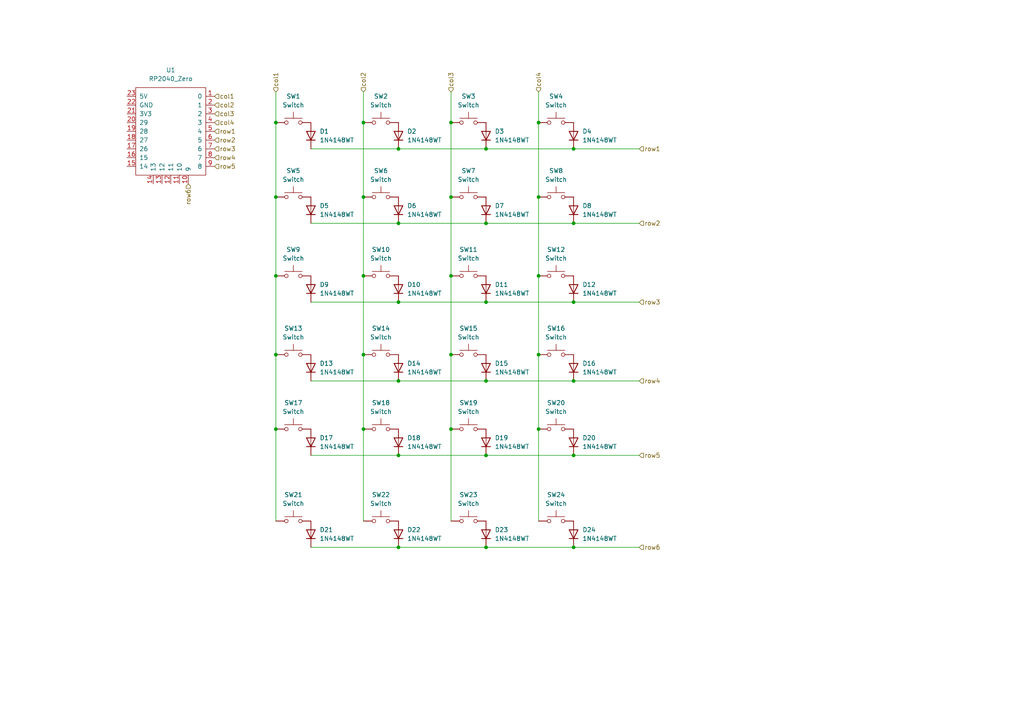
<source format=kicad_sch>
(kicad_sch (version 20250114) (generator "eeschema") (generator_version "9.0")
  (paper "A4")
  (lib_symbols
    (symbol "Diode:1N4148WT" (pin_numbers (hide yes)) (pin_names (hide yes))
      (property "Reference" "D" (at 0 2.54 0))
      (property "Value" "1N4148WT" (at 0 -2.54 0))
      (symbol "1N4148WT_0_1"
        (polyline (pts (xy -1.27 1.27) (xy -1.27 -1.27)) (stroke (width 0.254)))
        (polyline (pts (xy 1.27 1.27) (xy 1.27 -1.27) (xy -1.27 0) (xy 1.27 1.27)) (stroke (width 0.254)))
        (polyline (pts (xy 1.27 0) (xy -1.27 0)))
      )
      (symbol "1N4148WT_1_1"
        (pin passive line (at -3.81 0 0) (length 2.54) (name "K") (number "1"))
        (pin passive line (at 3.81 0 180) (length 2.54) (name "A") (number "2"))
      )
    )
    (symbol "ScottoKeebs:MCU_RP2040_Zero" (pin_names (offset 1.016))
      (property "Reference" "U" (at 0 15.24 0))
      (property "Value" "RP2040_Zero" (at 0 12.7 0))
      (symbol "MCU_RP2040_Zero_0_1"
        (rectangle (start -10.16 11.43) (end 10.16 -13.97))
      )
      (symbol "MCU_RP2040_Zero_1_1"
        (pin power_out line (at -12.7 8.89 0) (length 2.54) (name "5V") (number "23"))
        (pin power_out line (at -12.7 6.35 0) (length 2.54) (name "GND") (number "22"))
        (pin power_out line (at -12.7 3.81 0) (length 2.54) (name "3V3") (number "21"))
        (pin bidirectional line (at -12.7 1.27 0) (length 2.54) (name "29") (number "20"))
        (pin bidirectional line (at -12.7 -1.27 0) (length 2.54) (name "28") (number "19"))
        (pin bidirectional line (at -12.7 -3.81 0) (length 2.54) (name "27") (number "18"))
        (pin bidirectional line (at -12.7 -6.35 0) (length 2.54) (name "26") (number "17"))
        (pin bidirectional line (at -12.7 -8.89 0) (length 2.54) (name "15") (number "16"))
        (pin bidirectional line (at -12.7 -11.43 0) (length 2.54) (name "14") (number "15"))
        (pin bidirectional line (at -5.08 -16.51 90) (length 2.54) (name "13") (number "14"))
        (pin bidirectional line (at -2.54 -16.51 90) (length 2.54) (name "12") (number "13"))
        (pin bidirectional line (at 0 -16.51 90) (length 2.54) (name "11") (number "12"))
        (pin bidirectional line (at 2.54 -16.51 90) (length 2.54) (name "10") (number "11"))
        (pin bidirectional line (at 5.08 -16.51 90) (length 2.54) (name "9") (number "10"))
        (pin bidirectional line (at 12.7 8.89 180) (length 2.54) (name "0") (number "1"))
        (pin bidirectional line (at 12.7 6.35 180) (length 2.54) (name "1") (number "2"))
        (pin bidirectional line (at 12.7 3.81 180) (length 2.54) (name "2") (number "3"))
        (pin bidirectional line (at 12.7 1.27 180) (length 2.54) (name "3") (number "4"))
        (pin bidirectional line (at 12.7 -1.27 180) (length 2.54) (name "4") (number "5"))
        (pin bidirectional line (at 12.7 -3.81 180) (length 2.54) (name "5") (number "6"))
        (pin bidirectional line (at 12.7 -6.35 180) (length 2.54) (name "6") (number "7"))
        (pin bidirectional line (at 12.7 -8.89 180) (length 2.54) (name "7") (number "8"))
        (pin bidirectional line (at 12.7 -11.43 180) (length 2.54) (name "8") (number "9"))
      )
    )
    (symbol "ScottoKeebs:Placeholder_Switch" (pin_numbers (hide yes)) (pin_names (offset 1.016) (hide yes))
      (property "Reference" "SW" (at 1.27 2.54 0))
      (property "Value" "Switch" (at 0 -1.524 0))
      (symbol "Placeholder_Switch_0_1"
        (circle (center -2.032 0) (radius 0.508))
        (polyline (pts (xy 0 1.27) (xy 0 3.048)))
        (circle (center 2.032 0) (radius 0.508))
        (polyline (pts (xy 2.54 1.27) (xy -2.54 1.27)))
        (pin passive line (at -5.08 0 0) (length 2.54) (name "1") (number "1"))
        (pin passive line (at 5.08 0 180) (length 2.54) (name "2") (number "2"))
      )
    )
  )
  (junction (at 105.41 35.56))
  (junction (at 156.21 80.01))
  (junction (at 115.57 158.75))
  (junction (at 115.57 64.77))
  (junction (at 80.01 35.56))
  (junction (at 140.97 158.75))
  (junction (at 115.57 110.49))
  (junction (at 140.97 64.77))
  (junction (at 156.21 35.56))
  (junction (at 130.81 57.15))
  (junction (at 166.37 43.18))
  (junction (at 140.97 43.18))
  (junction (at 166.37 64.77))
  (junction (at 105.41 57.15))
  (junction (at 80.01 124.46))
  (junction (at 80.01 80.01))
  (junction (at 130.81 102.87))
  (junction (at 80.01 57.15))
  (junction (at 105.41 102.87))
  (junction (at 80.01 102.87))
  (junction (at 105.41 124.46))
  (junction (at 115.57 87.63))
  (junction (at 115.57 132.08))
  (junction (at 130.81 35.56))
  (junction (at 140.97 110.49))
  (junction (at 166.37 110.49))
  (junction (at 115.57 43.18))
  (junction (at 130.81 80.01))
  (junction (at 166.37 158.75))
  (junction (at 156.21 102.87))
  (junction (at 130.81 124.46))
  (junction (at 140.97 132.08))
  (junction (at 156.21 57.15))
  (junction (at 140.97 87.63))
  (junction (at 166.37 132.08))
  (junction (at 166.37 87.63))
  (junction (at 105.41 80.01))
  (junction (at 156.21 124.46))
  (wire (pts (xy 105.41 35.56) (xy 105.41 57.15)))
  (wire (pts (xy 130.81 57.15) (xy 130.81 80.01)))
  (wire (pts (xy 156.21 35.56) (xy 156.21 57.15)))
  (wire (pts (xy 90.17 132.08) (xy 115.57 132.08)))
  (wire (pts (xy 140.97 43.18) (xy 166.37 43.18)))
  (wire (pts (xy 80.01 80.01) (xy 80.01 102.87)))
  (wire (pts (xy 90.17 158.75) (xy 115.57 158.75)))
  (wire (pts (xy 156.21 57.15) (xy 156.21 80.01)))
  (wire (pts (xy 80.01 102.87) (xy 80.01 124.46)))
  (wire (pts (xy 166.37 43.18) (xy 185.42 43.18)))
  (wire (pts (xy 90.17 43.18) (xy 115.57 43.18)))
  (wire (pts (xy 105.41 80.01) (xy 105.41 102.87)))
  (wire (pts (xy 130.81 124.46) (xy 130.81 151.13)))
  (wire (pts (xy 140.97 158.75) (xy 166.37 158.75)))
  (wire (pts (xy 166.37 64.77) (xy 185.42 64.77)))
  (wire (pts (xy 156.21 26.67) (xy 156.21 35.56)))
  (wire (pts (xy 156.21 124.46) (xy 156.21 151.13)))
  (wire (pts (xy 90.17 87.63) (xy 115.57 87.63)))
  (wire (pts (xy 105.41 102.87) (xy 105.41 124.46)))
  (wire (pts (xy 140.97 64.77) (xy 166.37 64.77)))
  (wire (pts (xy 115.57 87.63) (xy 140.97 87.63)))
  (wire (pts (xy 115.57 64.77) (xy 140.97 64.77)))
  (wire (pts (xy 105.41 26.67) (xy 105.41 35.56)))
  (wire (pts (xy 140.97 87.63) (xy 166.37 87.63)))
  (wire (pts (xy 130.81 26.67) (xy 130.81 35.56)))
  (wire (pts (xy 166.37 158.75) (xy 185.42 158.75)))
  (wire (pts (xy 115.57 110.49) (xy 140.97 110.49)))
  (wire (pts (xy 90.17 64.77) (xy 115.57 64.77)))
  (wire (pts (xy 115.57 132.08) (xy 140.97 132.08)))
  (wire (pts (xy 80.01 124.46) (xy 80.01 151.13)))
  (wire (pts (xy 166.37 132.08) (xy 185.42 132.08)))
  (wire (pts (xy 156.21 102.87) (xy 156.21 124.46)))
  (wire (pts (xy 80.01 57.15) (xy 80.01 80.01)))
  (wire (pts (xy 140.97 132.08) (xy 166.37 132.08)))
  (wire (pts (xy 80.01 35.56) (xy 80.01 57.15)))
  (wire (pts (xy 166.37 110.49) (xy 185.42 110.49)))
  (wire (pts (xy 90.17 110.49) (xy 115.57 110.49)))
  (wire (pts (xy 156.21 80.01) (xy 156.21 102.87)))
  (wire (pts (xy 105.41 124.46) (xy 105.41 151.13)))
  (wire (pts (xy 166.37 87.63) (xy 185.42 87.63)))
  (wire (pts (xy 115.57 43.18) (xy 140.97 43.18)))
  (wire (pts (xy 115.57 158.75) (xy 140.97 158.75)))
  (wire (pts (xy 130.81 80.01) (xy 130.81 102.87)))
  (wire (pts (xy 140.97 110.49) (xy 166.37 110.49)))
  (wire (pts (xy 130.81 102.87) (xy 130.81 124.46)))
  (wire (pts (xy 130.81 35.56) (xy 130.81 57.15)))
  (wire (pts (xy 80.01 26.67) (xy 80.01 35.56)))
  (wire (pts (xy 105.41 57.15) (xy 105.41 80.01)))
  (hierarchical_label "col4" (shape input) (at 156.21 26.67 90))
  (hierarchical_label "row2" (shape input) (at 62.23 40.64 0))
  (hierarchical_label "col3" (shape input) (at 130.81 26.67 90))
  (hierarchical_label "row6" (shape input) (at 185.42 158.75 0))
  (hierarchical_label "col2" (shape input) (at 62.23 30.48 0))
  (hierarchical_label "col3" (shape input) (at 62.23 33.02 0))
  (hierarchical_label "row6" (shape input) (at 54.61 53.34 270))
  (hierarchical_label "row5" (shape input) (at 62.23 48.26 0))
  (hierarchical_label "row1" (shape input) (at 62.23 38.1 0))
  (hierarchical_label "col2" (shape input) (at 105.41 26.67 90))
  (hierarchical_label "col1" (shape input) (at 62.23 27.94 0))
  (hierarchical_label "row4" (shape input) (at 185.42 110.49 0))
  (hierarchical_label "row3" (shape input) (at 185.42 87.63 0))
  (hierarchical_label "row2" (shape input) (at 185.42 64.77 0))
  (hierarchical_label "row3" (shape input) (at 62.23 43.18 0))
  (hierarchical_label "col4" (shape input) (at 62.23 35.56 0))
  (hierarchical_label "row5" (shape input) (at 185.42 132.08 0))
  (hierarchical_label "row4" (shape input) (at 62.23 45.72 0))
  (hierarchical_label "col1" (shape input) (at 80.01 26.67 90))
  (hierarchical_label "row1" (shape input) (at 185.42 43.18 0))
  (symbol (lib_id "Diode:1N4148WT") (at 166.37 106.68 90) (unit 1)
    (property "Reference" "D16" (at 168.91 105.4099 90) (effects (justify right)))
    (property "Value" "1N4148WT" (at 168.91 107.9499 90) (effects (justify right)))
    (property "Footprint" "Diode_SMD:D_SOD-523" (effects (hide yes)))
    (property "Datasheet" "https://www.diodes.com/assets/Datasheets/ds30396.pdf" (effects (hide yes)))
    (property "Description" "75V 0.15A Fast switching Diode, SOD-523" (effects (hide yes)))
    (property "Sim.Device" "D" (effects (hide yes)))
    (property "Sim.Pins" "1=K 2=A" (effects (hide yes)))
  )
  (symbol (lib_id "Diode:1N4148WT") (at 166.37 128.27 90) (unit 1)
    (property "Reference" "D20" (at 168.91 126.9999 90) (effects (justify right)))
    (property "Value" "1N4148WT" (at 168.91 129.5399 90) (effects (justify right)))
    (property "Footprint" "Diode_SMD:D_SOD-523" (effects (hide yes)))
    (property "Datasheet" "https://www.diodes.com/assets/Datasheets/ds30396.pdf" (effects (hide yes)))
    (property "Description" "75V 0.15A Fast switching Diode, SOD-523" (effects (hide yes)))
    (property "Sim.Device" "D" (effects (hide yes)))
    (property "Sim.Pins" "1=K 2=A" (effects (hide yes)))
  )
  (symbol (lib_id "ScottoKeebs:Placeholder_Switch") (at 161.29 151.13 0) (unit 1)
    (property "Reference" "SW24" (at 161.29 143.51 0))
    (property "Value" "Switch" (at 161.29 146.05 0))
    (property "Description" "Push button switch, generic, two pins" (effects (hide yes)))
  )
  (symbol (lib_id "ScottoKeebs:Placeholder_Switch") (at 110.49 124.46 0) (unit 1)
    (property "Reference" "SW18" (at 110.49 116.84 0))
    (property "Value" "Switch" (at 110.49 119.38 0))
    (property "Description" "Push button switch, generic, two pins" (effects (hide yes)))
  )
  (symbol (lib_id "ScottoKeebs:Placeholder_Switch") (at 135.89 124.46 0) (unit 1)
    (property "Reference" "SW19" (at 135.89 116.84 0))
    (property "Value" "Switch" (at 135.89 119.38 0))
    (property "Description" "Push button switch, generic, two pins" (effects (hide yes)))
  )
  (symbol (lib_id "Diode:1N4148WT") (at 166.37 83.82 90) (unit 1)
    (property "Reference" "D12" (at 168.91 82.5499 90) (effects (justify right)))
    (property "Value" "1N4148WT" (at 168.91 85.0899 90) (effects (justify right)))
    (property "Footprint" "Diode_SMD:D_SOD-523" (effects (hide yes)))
    (property "Datasheet" "https://www.diodes.com/assets/Datasheets/ds30396.pdf" (effects (hide yes)))
    (property "Description" "75V 0.15A Fast switching Diode, SOD-523" (effects (hide yes)))
    (property "Sim.Device" "D" (effects (hide yes)))
    (property "Sim.Pins" "1=K 2=A" (effects (hide yes)))
  )
  (symbol (lib_id "ScottoKeebs:Placeholder_Switch") (at 135.89 151.13 0) (unit 1)
    (property "Reference" "SW23" (at 135.89 143.51 0))
    (property "Value" "Switch" (at 135.89 146.05 0))
    (property "Description" "Push button switch, generic, two pins" (effects (hide yes)))
  )
  (symbol (lib_id "Diode:1N4148WT") (at 115.57 60.96 90) (unit 1)
    (property "Reference" "D6" (at 118.11 59.6899 90) (effects (justify right)))
    (property "Value" "1N4148WT" (at 118.11 62.2299 90) (effects (justify right)))
    (property "Footprint" "Diode_SMD:D_SOD-523" (effects (hide yes)))
    (property "Datasheet" "https://www.diodes.com/assets/Datasheets/ds30396.pdf" (effects (hide yes)))
    (property "Description" "75V 0.15A Fast switching Diode, SOD-523" (effects (hide yes)))
    (property "Sim.Device" "D" (effects (hide yes)))
    (property "Sim.Pins" "1=K 2=A" (effects (hide yes)))
  )
  (symbol (lib_id "Diode:1N4148WT") (at 115.57 128.27 90) (unit 1)
    (property "Reference" "D18" (at 118.11 126.9999 90) (effects (justify right)))
    (property "Value" "1N4148WT" (at 118.11 129.5399 90) (effects (justify right)))
    (property "Footprint" "Diode_SMD:D_SOD-523" (effects (hide yes)))
    (property "Datasheet" "https://www.diodes.com/assets/Datasheets/ds30396.pdf" (effects (hide yes)))
    (property "Description" "75V 0.15A Fast switching Diode, SOD-523" (effects (hide yes)))
    (property "Sim.Device" "D" (effects (hide yes)))
    (property "Sim.Pins" "1=K 2=A" (effects (hide yes)))
  )
  (symbol (lib_id "ScottoKeebs:Placeholder_Switch") (at 110.49 102.87 0) (unit 1)
    (property "Reference" "SW14" (at 110.49 95.25 0))
    (property "Value" "Switch" (at 110.49 97.79 0))
    (property "Description" "Push button switch, generic, two pins" (effects (hide yes)))
  )
  (symbol (lib_id "ScottoKeebs:Placeholder_Switch") (at 110.49 151.13 0) (unit 1)
    (property "Reference" "SW22" (at 110.49 143.51 0))
    (property "Value" "Switch" (at 110.49 146.05 0))
    (property "Description" "Push button switch, generic, two pins" (effects (hide yes)))
  )
  (symbol (lib_id "ScottoKeebs:Placeholder_Switch") (at 135.89 57.15 0) (unit 1)
    (property "Reference" "SW7" (at 135.89 49.53 0))
    (property "Value" "Switch" (at 135.89 52.07 0))
    (property "Description" "Push button switch, generic, two pins" (effects (hide yes)))
  )
  (symbol (lib_id "Diode:1N4148WT") (at 166.37 39.37 90) (unit 1)
    (property "Reference" "D4" (at 168.91 38.0999 90) (effects (justify right)))
    (property "Value" "1N4148WT" (at 168.91 40.6399 90) (effects (justify right)))
    (property "Footprint" "Diode_SMD:D_SOD-523" (effects (hide yes)))
    (property "Datasheet" "https://www.diodes.com/assets/Datasheets/ds30396.pdf" (effects (hide yes)))
    (property "Description" "75V 0.15A Fast switching Diode, SOD-523" (effects (hide yes)))
    (property "Sim.Device" "D" (effects (hide yes)))
    (property "Sim.Pins" "1=K 2=A" (effects (hide yes)))
  )
  (symbol (lib_id "ScottoKeebs:Placeholder_Switch") (at 85.09 102.87 0) (unit 1)
    (property "Reference" "SW13" (at 85.09 95.25 0))
    (property "Value" "Switch" (at 85.09 97.79 0))
    (property "Description" "Push button switch, generic, two pins" (effects (hide yes)))
  )
  (symbol (lib_id "ScottoKeebs:Placeholder_Switch") (at 161.29 102.87 0) (unit 1)
    (property "Reference" "SW16" (at 161.29 95.25 0))
    (property "Value" "Switch" (at 161.29 97.79 0))
    (property "Description" "Push button switch, generic, two pins" (effects (hide yes)))
  )
  (symbol (lib_id "Diode:1N4148WT") (at 140.97 39.37 90) (unit 1)
    (property "Reference" "D3" (at 143.51 38.0999 90) (effects (justify right)))
    (property "Value" "1N4148WT" (at 143.51 40.6399 90) (effects (justify right)))
    (property "Footprint" "Diode_SMD:D_SOD-523" (effects (hide yes)))
    (property "Datasheet" "https://www.diodes.com/assets/Datasheets/ds30396.pdf" (effects (hide yes)))
    (property "Description" "75V 0.15A Fast switching Diode, SOD-523" (effects (hide yes)))
    (property "Sim.Device" "D" (effects (hide yes)))
    (property "Sim.Pins" "1=K 2=A" (effects (hide yes)))
  )
  (symbol (lib_id "Diode:1N4148WT") (at 140.97 106.68 90) (unit 1)
    (property "Reference" "D15" (at 143.51 105.4099 90) (effects (justify right)))
    (property "Value" "1N4148WT" (at 143.51 107.9499 90) (effects (justify right)))
    (property "Footprint" "Diode_SMD:D_SOD-523" (effects (hide yes)))
    (property "Datasheet" "https://www.diodes.com/assets/Datasheets/ds30396.pdf" (effects (hide yes)))
    (property "Description" "75V 0.15A Fast switching Diode, SOD-523" (effects (hide yes)))
    (property "Sim.Device" "D" (effects (hide yes)))
    (property "Sim.Pins" "1=K 2=A" (effects (hide yes)))
  )
  (symbol (lib_id "Diode:1N4148WT") (at 90.17 39.37 90) (unit 1)
    (property "Reference" "D1" (at 92.71 38.0999 90) (effects (justify right)))
    (property "Value" "1N4148WT" (at 92.71 40.6399 90) (effects (justify right)))
    (property "Footprint" "Diode_SMD:D_SOD-523" (effects (hide yes)))
    (property "Datasheet" "https://www.diodes.com/assets/Datasheets/ds30396.pdf" (effects (hide yes)))
    (property "Description" "75V 0.15A Fast switching Diode, SOD-523" (effects (hide yes)))
    (property "Sim.Device" "D" (effects (hide yes)))
    (property "Sim.Pins" "1=K 2=A" (effects (hide yes)))
  )
  (symbol (lib_id "ScottoKeebs:MCU_RP2040_Zero") (at 49.53 36.83 0) (unit 1)
    (property "Reference" "U1" (at 49.53 20.32 0))
    (property "Value" "RP2040_Zero" (at 49.53 22.86 0))
    (property "Footprint" "ScottoKeebs_MCU:RP2040_Zero" (effects (hide yes)))
  )
  (symbol (lib_id "ScottoKeebs:Placeholder_Switch") (at 85.09 80.01 0) (unit 1)
    (property "Reference" "SW9" (at 85.09 72.39 0))
    (property "Value" "Switch" (at 85.09 74.93 0))
    (property "Description" "Push button switch, generic, two pins" (effects (hide yes)))
  )
  (symbol (lib_id "Diode:1N4148WT") (at 115.57 106.68 90) (unit 1)
    (property "Reference" "D14" (at 118.11 105.4099 90) (effects (justify right)))
    (property "Value" "1N4148WT" (at 118.11 107.9499 90) (effects (justify right)))
    (property "Footprint" "Diode_SMD:D_SOD-523" (effects (hide yes)))
    (property "Datasheet" "https://www.diodes.com/assets/Datasheets/ds30396.pdf" (effects (hide yes)))
    (property "Description" "75V 0.15A Fast switching Diode, SOD-523" (effects (hide yes)))
    (property "Sim.Device" "D" (effects (hide yes)))
    (property "Sim.Pins" "1=K 2=A" (effects (hide yes)))
  )
  (symbol (lib_id "ScottoKeebs:Placeholder_Switch") (at 85.09 35.56 0) (unit 1)
    (property "Reference" "SW1" (at 85.09 27.94 0))
    (property "Value" "Switch" (at 85.09 30.48 0))
    (property "Description" "Push button switch, generic, two pins" (effects (hide yes)))
  )
  (symbol (lib_id "Diode:1N4148WT") (at 140.97 128.27 90) (unit 1)
    (property "Reference" "D19" (at 143.51 126.9999 90) (effects (justify right)))
    (property "Value" "1N4148WT" (at 143.51 129.5399 90) (effects (justify right)))
    (property "Footprint" "Diode_SMD:D_SOD-523" (effects (hide yes)))
    (property "Datasheet" "https://www.diodes.com/assets/Datasheets/ds30396.pdf" (effects (hide yes)))
    (property "Description" "75V 0.15A Fast switching Diode, SOD-523" (effects (hide yes)))
    (property "Sim.Device" "D" (effects (hide yes)))
    (property "Sim.Pins" "1=K 2=A" (effects (hide yes)))
  )
  (symbol (lib_id "Diode:1N4148WT") (at 90.17 60.96 90) (unit 1)
    (property "Reference" "D5" (at 92.71 59.6899 90) (effects (justify right)))
    (property "Value" "1N4148WT" (at 92.71 62.2299 90) (effects (justify right)))
    (property "Footprint" "Diode_SMD:D_SOD-523" (effects (hide yes)))
    (property "Datasheet" "https://www.diodes.com/assets/Datasheets/ds30396.pdf" (effects (hide yes)))
    (property "Description" "75V 0.15A Fast switching Diode, SOD-523" (effects (hide yes)))
    (property "Sim.Device" "D" (effects (hide yes)))
    (property "Sim.Pins" "1=K 2=A" (effects (hide yes)))
  )
  (symbol (lib_id "Diode:1N4148WT") (at 115.57 154.94 90) (unit 1)
    (property "Reference" "D22" (at 118.11 153.6699 90) (effects (justify right)))
    (property "Value" "1N4148WT" (at 118.11 156.2099 90) (effects (justify right)))
    (property "Footprint" "Diode_SMD:D_SOD-523" (effects (hide yes)))
    (property "Datasheet" "https://www.diodes.com/assets/Datasheets/ds30396.pdf" (effects (hide yes)))
    (property "Description" "75V 0.15A Fast switching Diode, SOD-523" (effects (hide yes)))
    (property "Sim.Device" "D" (effects (hide yes)))
    (property "Sim.Pins" "1=K 2=A" (effects (hide yes)))
  )
  (symbol (lib_id "Diode:1N4148WT") (at 90.17 154.94 90) (unit 1)
    (property "Reference" "D21" (at 92.71 153.6699 90) (effects (justify right)))
    (property "Value" "1N4148WT" (at 92.71 156.2099 90) (effects (justify right)))
    (property "Footprint" "Diode_SMD:D_SOD-523" (effects (hide yes)))
    (property "Datasheet" "https://www.diodes.com/assets/Datasheets/ds30396.pdf" (effects (hide yes)))
    (property "Description" "75V 0.15A Fast switching Diode, SOD-523" (effects (hide yes)))
    (property "Sim.Device" "D" (effects (hide yes)))
    (property "Sim.Pins" "1=K 2=A" (effects (hide yes)))
  )
  (symbol (lib_id "Diode:1N4148WT") (at 140.97 154.94 90) (unit 1)
    (property "Reference" "D23" (at 143.51 153.6699 90) (effects (justify right)))
    (property "Value" "1N4148WT" (at 143.51 156.2099 90) (effects (justify right)))
    (property "Footprint" "Diode_SMD:D_SOD-523" (effects (hide yes)))
    (property "Datasheet" "https://www.diodes.com/assets/Datasheets/ds30396.pdf" (effects (hide yes)))
    (property "Description" "75V 0.15A Fast switching Diode, SOD-523" (effects (hide yes)))
    (property "Sim.Device" "D" (effects (hide yes)))
    (property "Sim.Pins" "1=K 2=A" (effects (hide yes)))
  )
  (symbol (lib_id "ScottoKeebs:Placeholder_Switch") (at 110.49 80.01 0) (unit 1)
    (property "Reference" "SW10" (at 110.49 72.39 0))
    (property "Value" "Switch" (at 110.49 74.93 0))
    (property "Description" "Push button switch, generic, two pins" (effects (hide yes)))
  )
  (symbol (lib_id "Diode:1N4148WT") (at 140.97 83.82 90) (unit 1)
    (property "Reference" "D11" (at 143.51 82.5499 90) (effects (justify right)))
    (property "Value" "1N4148WT" (at 143.51 85.0899 90) (effects (justify right)))
    (property "Footprint" "Diode_SMD:D_SOD-523" (effects (hide yes)))
    (property "Datasheet" "https://www.diodes.com/assets/Datasheets/ds30396.pdf" (effects (hide yes)))
    (property "Description" "75V 0.15A Fast switching Diode, SOD-523" (effects (hide yes)))
    (property "Sim.Device" "D" (effects (hide yes)))
    (property "Sim.Pins" "1=K 2=A" (effects (hide yes)))
  )
  (symbol (lib_id "Diode:1N4148WT") (at 115.57 39.37 90) (unit 1)
    (property "Reference" "D2" (at 118.11 38.0999 90) (effects (justify right)))
    (property "Value" "1N4148WT" (at 118.11 40.6399 90) (effects (justify right)))
    (property "Footprint" "Diode_SMD:D_SOD-523" (effects (hide yes)))
    (property "Datasheet" "https://www.diodes.com/assets/Datasheets/ds30396.pdf" (effects (hide yes)))
    (property "Description" "75V 0.15A Fast switching Diode, SOD-523" (effects (hide yes)))
    (property "Sim.Device" "D" (effects (hide yes)))
    (property "Sim.Pins" "1=K 2=A" (effects (hide yes)))
  )
  (symbol (lib_id "ScottoKeebs:Placeholder_Switch") (at 85.09 124.46 0) (unit 1)
    (property "Reference" "SW17" (at 85.09 116.84 0))
    (property "Value" "Switch" (at 85.09 119.38 0))
    (property "Description" "Push button switch, generic, two pins" (effects (hide yes)))
  )
  (symbol (lib_id "ScottoKeebs:Placeholder_Switch") (at 135.89 80.01 0) (unit 1)
    (property "Reference" "SW11" (at 135.89 72.39 0))
    (property "Value" "Switch" (at 135.89 74.93 0))
    (property "Description" "Push button switch, generic, two pins" (effects (hide yes)))
  )
  (symbol (lib_id "Diode:1N4148WT") (at 90.17 83.82 90) (unit 1)
    (property "Reference" "D9" (at 92.71 82.5499 90) (effects (justify right)))
    (property "Value" "1N4148WT" (at 92.71 85.0899 90) (effects (justify right)))
    (property "Footprint" "Diode_SMD:D_SOD-523" (effects (hide yes)))
    (property "Datasheet" "https://www.diodes.com/assets/Datasheets/ds30396.pdf" (effects (hide yes)))
    (property "Description" "75V 0.15A Fast switching Diode, SOD-523" (effects (hide yes)))
    (property "Sim.Device" "D" (effects (hide yes)))
    (property "Sim.Pins" "1=K 2=A" (effects (hide yes)))
  )
  (symbol (lib_id "ScottoKeebs:Placeholder_Switch") (at 110.49 57.15 0) (unit 1)
    (property "Reference" "SW6" (at 110.49 49.53 0))
    (property "Value" "Switch" (at 110.49 52.07 0))
    (property "Description" "Push button switch, generic, two pins" (effects (hide yes)))
  )
  (symbol (lib_id "ScottoKeebs:Placeholder_Switch") (at 161.29 124.46 0) (unit 1)
    (property "Reference" "SW20" (at 161.29 116.84 0))
    (property "Value" "Switch" (at 161.29 119.38 0))
    (property "Description" "Push button switch, generic, two pins" (effects (hide yes)))
  )
  (symbol (lib_id "ScottoKeebs:Placeholder_Switch") (at 135.89 102.87 0) (unit 1)
    (property "Reference" "SW15" (at 135.89 95.25 0))
    (property "Value" "Switch" (at 135.89 97.79 0))
    (property "Description" "Push button switch, generic, two pins" (effects (hide yes)))
  )
  (symbol (lib_id "ScottoKeebs:Placeholder_Switch") (at 85.09 151.13 0) (unit 1)
    (property "Reference" "SW21" (at 85.09 143.51 0))
    (property "Value" "Switch" (at 85.09 146.05 0))
    (property "Description" "Push button switch, generic, two pins" (effects (hide yes)))
  )
  (symbol (lib_id "Diode:1N4148WT") (at 166.37 154.94 90) (unit 1)
    (property "Reference" "D24" (at 168.91 153.6699 90) (effects (justify right)))
    (property "Value" "1N4148WT" (at 168.91 156.2099 90) (effects (justify right)))
    (property "Footprint" "Diode_SMD:D_SOD-523" (effects (hide yes)))
    (property "Datasheet" "https://www.diodes.com/assets/Datasheets/ds30396.pdf" (effects (hide yes)))
    (property "Description" "75V 0.15A Fast switching Diode, SOD-523" (effects (hide yes)))
    (property "Sim.Device" "D" (effects (hide yes)))
    (property "Sim.Pins" "1=K 2=A" (effects (hide yes)))
  )
  (symbol (lib_id "Diode:1N4148WT") (at 166.37 60.96 90) (unit 1)
    (property "Reference" "D8" (at 168.91 59.6899 90) (effects (justify right)))
    (property "Value" "1N4148WT" (at 168.91 62.2299 90) (effects (justify right)))
    (property "Footprint" "Diode_SMD:D_SOD-523" (effects (hide yes)))
    (property "Datasheet" "https://www.diodes.com/assets/Datasheets/ds30396.pdf" (effects (hide yes)))
    (property "Description" "75V 0.15A Fast switching Diode, SOD-523" (effects (hide yes)))
    (property "Sim.Device" "D" (effects (hide yes)))
    (property "Sim.Pins" "1=K 2=A" (effects (hide yes)))
  )
  (symbol (lib_id "Diode:1N4148WT") (at 115.57 83.82 90) (unit 1)
    (property "Reference" "D10" (at 118.11 82.5499 90) (effects (justify right)))
    (property "Value" "1N4148WT" (at 118.11 85.0899 90) (effects (justify right)))
    (property "Footprint" "Diode_SMD:D_SOD-523" (effects (hide yes)))
    (property "Datasheet" "https://www.diodes.com/assets/Datasheets/ds30396.pdf" (effects (hide yes)))
    (property "Description" "75V 0.15A Fast switching Diode, SOD-523" (effects (hide yes)))
    (property "Sim.Device" "D" (effects (hide yes)))
    (property "Sim.Pins" "1=K 2=A" (effects (hide yes)))
  )
  (symbol (lib_id "ScottoKeebs:Placeholder_Switch") (at 135.89 35.56 0) (unit 1)
    (property "Reference" "SW3" (at 135.89 27.94 0))
    (property "Value" "Switch" (at 135.89 30.48 0))
    (property "Description" "Push button switch, generic, two pins" (effects (hide yes)))
  )
  (symbol (lib_id "ScottoKeebs:Placeholder_Switch") (at 161.29 80.01 0) (unit 1)
    (property "Reference" "SW12" (at 161.29 72.39 0))
    (property "Value" "Switch" (at 161.29 74.93 0))
    (property "Description" "Push button switch, generic, two pins" (effects (hide yes)))
  )
  (symbol (lib_id "ScottoKeebs:Placeholder_Switch") (at 85.09 57.15 0) (unit 1)
    (property "Reference" "SW5" (at 85.09 49.53 0))
    (property "Value" "Switch" (at 85.09 52.07 0))
    (property "Description" "Push button switch, generic, two pins" (effects (hide yes)))
  )
  (symbol (lib_id "Diode:1N4148WT") (at 140.97 60.96 90) (unit 1)
    (property "Reference" "D7" (at 143.51 59.6899 90) (effects (justify right)))
    (property "Value" "1N4148WT" (at 143.51 62.2299 90) (effects (justify right)))
    (property "Footprint" "Diode_SMD:D_SOD-523" (effects (hide yes)))
    (property "Datasheet" "https://www.diodes.com/assets/Datasheets/ds30396.pdf" (effects (hide yes)))
    (property "Description" "75V 0.15A Fast switching Diode, SOD-523" (effects (hide yes)))
    (property "Sim.Device" "D" (effects (hide yes)))
    (property "Sim.Pins" "1=K 2=A" (effects (hide yes)))
  )
  (symbol (lib_id "ScottoKeebs:Placeholder_Switch") (at 161.29 35.56 0) (unit 1)
    (property "Reference" "SW4" (at 161.29 27.94 0))
    (property "Value" "Switch" (at 161.29 30.48 0))
    (property "Description" "Push button switch, generic, two pins" (effects (hide yes)))
  )
  (symbol (lib_id "ScottoKeebs:Placeholder_Switch") (at 110.49 35.56 0) (unit 1)
    (property "Reference" "SW2" (at 110.49 27.94 0))
    (property "Value" "Switch" (at 110.49 30.48 0))
    (property "Description" "Push button switch, generic, two pins" (effects (hide yes)))
  )
  (symbol (lib_id "Diode:1N4148WT") (at 90.17 106.68 90) (unit 1)
    (property "Reference" "D13" (at 92.71 105.4099 90) (effects (justify right)))
    (property "Value" "1N4148WT" (at 92.71 107.9499 90) (effects (justify right)))
    (property "Footprint" "Diode_SMD:D_SOD-523" (effects (hide yes)))
    (property "Datasheet" "https://www.diodes.com/assets/Datasheets/ds30396.pdf" (effects (hide yes)))
    (property "Description" "75V 0.15A Fast switching Diode, SOD-523" (effects (hide yes)))
    (property "Sim.Device" "D" (effects (hide yes)))
    (property "Sim.Pins" "1=K 2=A" (effects (hide yes)))
  )
  (symbol (lib_id "ScottoKeebs:Placeholder_Switch") (at 161.29 57.15 0) (unit 1)
    (property "Reference" "SW8" (at 161.29 49.53 0))
    (property "Value" "Switch" (at 161.29 52.07 0))
    (property "Description" "Push button switch, generic, two pins" (effects (hide yes)))
  )
  (symbol (lib_id "Diode:1N4148WT") (at 90.17 128.27 90) (unit 1)
    (property "Reference" "D17" (at 92.71 126.9999 90) (effects (justify right)))
    (property "Value" "1N4148WT" (at 92.71 129.5399 90) (effects (justify right)))
    (property "Footprint" "Diode_SMD:D_SOD-523" (effects (hide yes)))
    (property "Datasheet" "https://www.diodes.com/assets/Datasheets/ds30396.pdf" (effects (hide yes)))
    (property "Description" "75V 0.15A Fast switching Diode, SOD-523" (effects (hide yes)))
    (property "Sim.Device" "D" (effects (hide yes)))
    (property "Sim.Pins" "1=K 2=A" (effects (hide yes)))
  )
)
</source>
